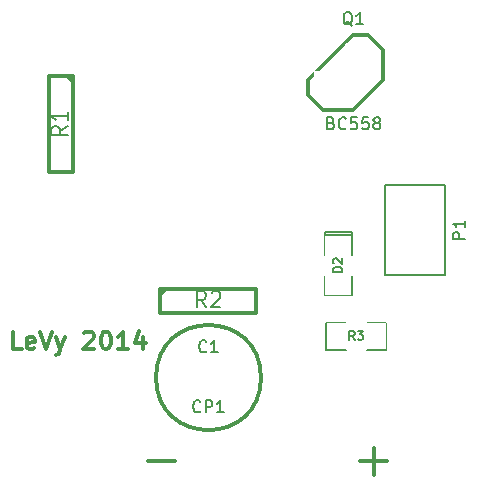
<source format=gto>
G04 (created by PCBNEW (2013-07-07 BZR 4022)-stable) date 2014-07-19 12:08:07*
%MOIN*%
G04 Gerber Fmt 3.4, Leading zero omitted, Abs format*
%FSLAX34Y34*%
G01*
G70*
G90*
G04 APERTURE LIST*
%ADD10C,0.00590551*%
%ADD11C,0.011811*%
%ADD12C,0.008*%
%ADD13C,0.012*%
%ADD14C,0.005*%
%ADD15C,0.073874*%
%ADD16R,0.067874X0.067874*%
%ADD17C,0.067874*%
%ADD18R,0.097874X0.069874*%
%ADD19O,0.097874X0.069874*%
%ADD20C,0.167874*%
%ADD21R,0.062874X0.062874*%
%ADD22C,0.062874*%
%ADD23R,0.077874X0.077874*%
%ADD24C,0.077874*%
%ADD25R,0.087874X0.067874*%
%ADD26R,0.067874X0.087874*%
%ADD27C,0.042874*%
G04 APERTURE END LIST*
G54D10*
G54D11*
X21597Y-29555D02*
X22497Y-29555D01*
X28683Y-29555D02*
X29583Y-29555D01*
X29133Y-30005D02*
X29133Y-29105D01*
X17393Y-25829D02*
X17111Y-25829D01*
X17111Y-25239D01*
X17814Y-25801D02*
X17758Y-25829D01*
X17646Y-25829D01*
X17589Y-25801D01*
X17561Y-25745D01*
X17561Y-25520D01*
X17589Y-25464D01*
X17646Y-25435D01*
X17758Y-25435D01*
X17814Y-25464D01*
X17843Y-25520D01*
X17843Y-25576D01*
X17561Y-25632D01*
X18011Y-25239D02*
X18208Y-25829D01*
X18405Y-25239D01*
X18546Y-25435D02*
X18686Y-25829D01*
X18827Y-25435D02*
X18686Y-25829D01*
X18630Y-25970D01*
X18602Y-25998D01*
X18546Y-26026D01*
X19474Y-25295D02*
X19502Y-25267D01*
X19558Y-25239D01*
X19699Y-25239D01*
X19755Y-25267D01*
X19783Y-25295D01*
X19811Y-25351D01*
X19811Y-25407D01*
X19783Y-25492D01*
X19446Y-25829D01*
X19811Y-25829D01*
X20177Y-25239D02*
X20233Y-25239D01*
X20289Y-25267D01*
X20317Y-25295D01*
X20345Y-25351D01*
X20374Y-25464D01*
X20374Y-25604D01*
X20345Y-25717D01*
X20317Y-25773D01*
X20289Y-25801D01*
X20233Y-25829D01*
X20177Y-25829D01*
X20120Y-25801D01*
X20092Y-25773D01*
X20064Y-25717D01*
X20036Y-25604D01*
X20036Y-25464D01*
X20064Y-25351D01*
X20092Y-25295D01*
X20120Y-25267D01*
X20177Y-25239D01*
X20936Y-25829D02*
X20598Y-25829D01*
X20767Y-25829D02*
X20767Y-25239D01*
X20711Y-25323D01*
X20655Y-25379D01*
X20598Y-25407D01*
X21442Y-25435D02*
X21442Y-25829D01*
X21302Y-25210D02*
X21161Y-25632D01*
X21526Y-25632D01*
G54D12*
X29511Y-23350D02*
X29511Y-20350D01*
X31511Y-20350D02*
X31511Y-23350D01*
X31511Y-23350D02*
X29511Y-23350D01*
X29511Y-20350D02*
X31511Y-20350D01*
G54D13*
X28452Y-15338D02*
X26952Y-16838D01*
X26952Y-16838D02*
X26952Y-17338D01*
X26952Y-17338D02*
X27452Y-17838D01*
X27452Y-17838D02*
X28452Y-17838D01*
X28452Y-17838D02*
X29452Y-16838D01*
X29452Y-16838D02*
X29452Y-15838D01*
X29452Y-15838D02*
X28952Y-15338D01*
X28952Y-15338D02*
X28452Y-15338D01*
X21622Y-24212D02*
X22022Y-24212D01*
X22022Y-24212D02*
X22022Y-23812D01*
X22022Y-23812D02*
X25222Y-23812D01*
X25222Y-23812D02*
X25222Y-24612D01*
X25222Y-24612D02*
X22022Y-24612D01*
X22022Y-24612D02*
X22022Y-24212D01*
X22022Y-24012D02*
X22222Y-23812D01*
X25622Y-24212D02*
X25222Y-24212D01*
X18700Y-16307D02*
X18700Y-16707D01*
X18700Y-16707D02*
X19100Y-16707D01*
X19100Y-16707D02*
X19100Y-19907D01*
X19100Y-19907D02*
X18300Y-19907D01*
X18300Y-19907D02*
X18300Y-16707D01*
X18300Y-16707D02*
X18700Y-16707D01*
X18900Y-16707D02*
X19100Y-16907D01*
X18700Y-20307D02*
X18700Y-19907D01*
X25372Y-26771D02*
G75*
G03X25372Y-26771I-1750J0D01*
G74*
G01*
G54D14*
X28402Y-22031D02*
X28402Y-21931D01*
X28402Y-21931D02*
X27502Y-21931D01*
X27502Y-21931D02*
X27502Y-22031D01*
X28402Y-22031D02*
X27502Y-22031D01*
X27502Y-22031D02*
X27502Y-22681D01*
X28402Y-23381D02*
X28402Y-24031D01*
X28402Y-24031D02*
X27502Y-24031D01*
X27502Y-24031D02*
X27502Y-23381D01*
X28402Y-22681D02*
X28402Y-22031D01*
X29543Y-25843D02*
X29543Y-24943D01*
X29543Y-24943D02*
X28893Y-24943D01*
X28193Y-25843D02*
X27543Y-25843D01*
X27543Y-25843D02*
X27543Y-24943D01*
X27543Y-24943D02*
X28193Y-24943D01*
X28893Y-25843D02*
X29543Y-25843D01*
G54D12*
X32173Y-22145D02*
X31773Y-22145D01*
X31773Y-21993D01*
X31792Y-21955D01*
X31811Y-21936D01*
X31849Y-21917D01*
X31907Y-21917D01*
X31945Y-21936D01*
X31964Y-21955D01*
X31983Y-21993D01*
X31983Y-22145D01*
X32173Y-21536D02*
X32173Y-21764D01*
X32173Y-21650D02*
X31773Y-21650D01*
X31830Y-21688D01*
X31868Y-21726D01*
X31888Y-21764D01*
X28414Y-15038D02*
X28376Y-15019D01*
X28338Y-14981D01*
X28281Y-14924D01*
X28243Y-14905D01*
X28205Y-14905D01*
X28224Y-15000D02*
X28186Y-14981D01*
X28147Y-14943D01*
X28128Y-14867D01*
X28128Y-14733D01*
X28147Y-14657D01*
X28186Y-14619D01*
X28224Y-14600D01*
X28300Y-14600D01*
X28338Y-14619D01*
X28376Y-14657D01*
X28395Y-14733D01*
X28395Y-14867D01*
X28376Y-14943D01*
X28338Y-14981D01*
X28300Y-15000D01*
X28224Y-15000D01*
X28776Y-15000D02*
X28547Y-15000D01*
X28662Y-15000D02*
X28662Y-14600D01*
X28624Y-14657D01*
X28586Y-14695D01*
X28547Y-14714D01*
X27709Y-18290D02*
X27767Y-18310D01*
X27786Y-18329D01*
X27805Y-18367D01*
X27805Y-18424D01*
X27786Y-18462D01*
X27767Y-18481D01*
X27728Y-18500D01*
X27576Y-18500D01*
X27576Y-18100D01*
X27709Y-18100D01*
X27747Y-18119D01*
X27767Y-18138D01*
X27786Y-18176D01*
X27786Y-18214D01*
X27767Y-18252D01*
X27747Y-18271D01*
X27709Y-18290D01*
X27576Y-18290D01*
X28205Y-18462D02*
X28186Y-18481D01*
X28128Y-18500D01*
X28090Y-18500D01*
X28033Y-18481D01*
X27995Y-18443D01*
X27976Y-18405D01*
X27957Y-18329D01*
X27957Y-18271D01*
X27976Y-18195D01*
X27995Y-18157D01*
X28033Y-18119D01*
X28090Y-18100D01*
X28128Y-18100D01*
X28186Y-18119D01*
X28205Y-18138D01*
X28567Y-18100D02*
X28376Y-18100D01*
X28357Y-18290D01*
X28376Y-18271D01*
X28414Y-18252D01*
X28509Y-18252D01*
X28547Y-18271D01*
X28567Y-18290D01*
X28586Y-18329D01*
X28586Y-18424D01*
X28567Y-18462D01*
X28547Y-18481D01*
X28509Y-18500D01*
X28414Y-18500D01*
X28376Y-18481D01*
X28357Y-18462D01*
X28947Y-18100D02*
X28757Y-18100D01*
X28738Y-18290D01*
X28757Y-18271D01*
X28795Y-18252D01*
X28890Y-18252D01*
X28928Y-18271D01*
X28947Y-18290D01*
X28967Y-18329D01*
X28967Y-18424D01*
X28947Y-18462D01*
X28928Y-18481D01*
X28890Y-18500D01*
X28795Y-18500D01*
X28757Y-18481D01*
X28738Y-18462D01*
X29195Y-18271D02*
X29157Y-18252D01*
X29138Y-18233D01*
X29119Y-18195D01*
X29119Y-18176D01*
X29138Y-18138D01*
X29157Y-18119D01*
X29195Y-18100D01*
X29271Y-18100D01*
X29309Y-18119D01*
X29328Y-18138D01*
X29347Y-18176D01*
X29347Y-18195D01*
X29328Y-18233D01*
X29309Y-18252D01*
X29271Y-18271D01*
X29195Y-18271D01*
X29157Y-18290D01*
X29138Y-18310D01*
X29119Y-18348D01*
X29119Y-18424D01*
X29138Y-18462D01*
X29157Y-18481D01*
X29195Y-18500D01*
X29271Y-18500D01*
X29309Y-18481D01*
X29328Y-18462D01*
X29347Y-18424D01*
X29347Y-18348D01*
X29328Y-18310D01*
X29309Y-18290D01*
X29271Y-18271D01*
X23538Y-24435D02*
X23372Y-24173D01*
X23252Y-24435D02*
X23252Y-23885D01*
X23443Y-23885D01*
X23491Y-23911D01*
X23514Y-23937D01*
X23538Y-23989D01*
X23538Y-24068D01*
X23514Y-24120D01*
X23491Y-24147D01*
X23443Y-24173D01*
X23252Y-24173D01*
X23729Y-23937D02*
X23752Y-23911D01*
X23800Y-23885D01*
X23919Y-23885D01*
X23967Y-23911D01*
X23991Y-23937D01*
X24014Y-23989D01*
X24014Y-24042D01*
X23991Y-24120D01*
X23705Y-24435D01*
X24014Y-24435D01*
X18923Y-18390D02*
X18661Y-18557D01*
X18923Y-18676D02*
X18373Y-18676D01*
X18373Y-18485D01*
X18399Y-18438D01*
X18425Y-18414D01*
X18478Y-18390D01*
X18556Y-18390D01*
X18609Y-18414D01*
X18635Y-18438D01*
X18661Y-18485D01*
X18661Y-18676D01*
X18923Y-17914D02*
X18923Y-18199D01*
X18923Y-18057D02*
X18373Y-18057D01*
X18451Y-18104D01*
X18504Y-18152D01*
X18530Y-18199D01*
X23555Y-25895D02*
X23536Y-25914D01*
X23479Y-25933D01*
X23441Y-25933D01*
X23383Y-25914D01*
X23345Y-25876D01*
X23326Y-25838D01*
X23307Y-25762D01*
X23307Y-25704D01*
X23326Y-25628D01*
X23345Y-25590D01*
X23383Y-25552D01*
X23441Y-25533D01*
X23479Y-25533D01*
X23536Y-25552D01*
X23555Y-25571D01*
X23936Y-25933D02*
X23707Y-25933D01*
X23822Y-25933D02*
X23822Y-25533D01*
X23783Y-25590D01*
X23745Y-25628D01*
X23707Y-25647D01*
X23355Y-27895D02*
X23336Y-27914D01*
X23279Y-27933D01*
X23241Y-27933D01*
X23183Y-27914D01*
X23145Y-27876D01*
X23126Y-27838D01*
X23107Y-27762D01*
X23107Y-27704D01*
X23126Y-27628D01*
X23145Y-27590D01*
X23183Y-27552D01*
X23241Y-27533D01*
X23279Y-27533D01*
X23336Y-27552D01*
X23355Y-27571D01*
X23526Y-27933D02*
X23526Y-27533D01*
X23679Y-27533D01*
X23717Y-27552D01*
X23736Y-27571D01*
X23755Y-27609D01*
X23755Y-27666D01*
X23736Y-27704D01*
X23717Y-27724D01*
X23679Y-27743D01*
X23526Y-27743D01*
X24136Y-27933D02*
X23907Y-27933D01*
X24022Y-27933D02*
X24022Y-27533D01*
X23983Y-27590D01*
X23945Y-27628D01*
X23907Y-27647D01*
G54D14*
X28074Y-23252D02*
X27774Y-23252D01*
X27774Y-23181D01*
X27788Y-23138D01*
X27817Y-23110D01*
X27845Y-23095D01*
X27902Y-23081D01*
X27945Y-23081D01*
X28002Y-23095D01*
X28031Y-23110D01*
X28059Y-23138D01*
X28074Y-23181D01*
X28074Y-23252D01*
X27802Y-22967D02*
X27788Y-22952D01*
X27774Y-22924D01*
X27774Y-22852D01*
X27788Y-22824D01*
X27802Y-22810D01*
X27831Y-22795D01*
X27859Y-22795D01*
X27902Y-22810D01*
X28074Y-22981D01*
X28074Y-22795D01*
X28493Y-25515D02*
X28393Y-25372D01*
X28321Y-25515D02*
X28321Y-25215D01*
X28436Y-25215D01*
X28464Y-25229D01*
X28479Y-25243D01*
X28493Y-25272D01*
X28493Y-25315D01*
X28479Y-25343D01*
X28464Y-25357D01*
X28436Y-25372D01*
X28321Y-25372D01*
X28593Y-25215D02*
X28779Y-25215D01*
X28679Y-25329D01*
X28721Y-25329D01*
X28750Y-25343D01*
X28764Y-25357D01*
X28779Y-25386D01*
X28779Y-25457D01*
X28764Y-25486D01*
X28750Y-25500D01*
X28721Y-25515D01*
X28636Y-25515D01*
X28607Y-25500D01*
X28593Y-25486D01*
%LPC*%
G54D15*
X24122Y-15748D03*
X23122Y-15748D03*
G54D16*
X30011Y-20850D03*
G54D17*
X31011Y-20850D03*
X30011Y-21850D03*
X31011Y-21850D03*
X30011Y-22850D03*
X31011Y-22850D03*
G54D18*
X22122Y-22366D03*
G54D19*
X22122Y-21366D03*
X22122Y-20366D03*
X22122Y-19366D03*
X25122Y-19366D03*
X25122Y-20366D03*
X25122Y-21366D03*
X25122Y-22366D03*
G54D20*
X27165Y-29527D03*
G54D21*
X27452Y-16838D03*
G54D22*
X28452Y-16838D03*
X28452Y-15838D03*
G54D17*
X21622Y-24212D03*
X25622Y-24212D03*
X18700Y-16307D03*
X18700Y-20307D03*
G54D23*
X24622Y-26771D03*
G54D24*
X22622Y-26771D03*
G54D20*
X20078Y-29527D03*
G54D25*
X27952Y-22381D03*
X27952Y-23681D03*
G54D26*
X29193Y-25393D03*
X27893Y-25393D03*
G54D27*
X28543Y-26574D03*
M02*

</source>
